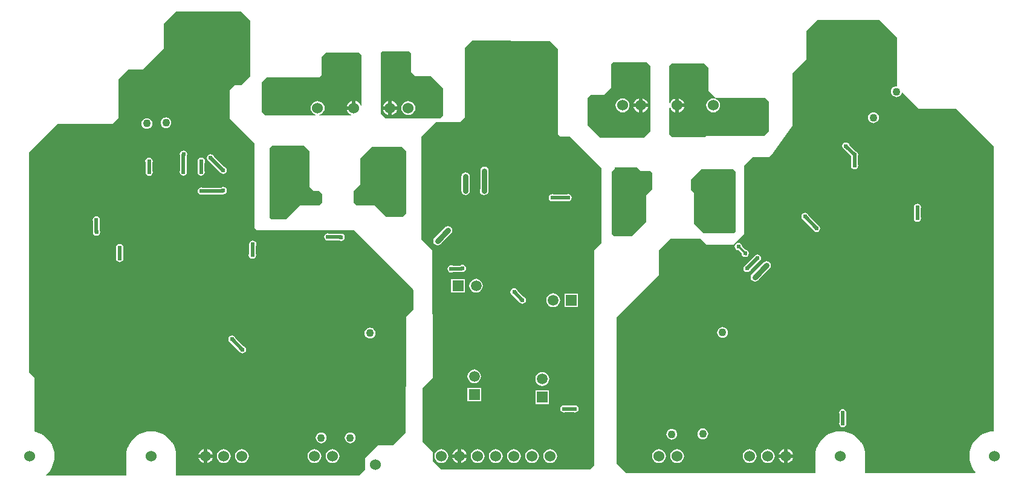
<source format=gbl>
G04*
G04 #@! TF.GenerationSoftware,Altium Limited,Altium Designer,18.0.12 (696)*
G04*
G04 Layer_Physical_Order=2*
G04 Layer_Color=16711680*
%FSLAX23Y23*%
%MOIN*%
G70*
G01*
G75*
%ADD43C,0.020*%
%ADD64C,0.030*%
%ADD65C,0.012*%
%ADD69C,0.060*%
%ADD70C,0.059*%
%ADD71R,0.059X0.059*%
%ADD72C,0.043*%
%ADD73R,0.059X0.059*%
%ADD74C,0.024*%
G36*
X1886Y2342D02*
Y2065D01*
X1881Y2064D01*
X1878Y2071D01*
X1872Y2080D01*
X1863Y2086D01*
X1854Y2090D01*
X1853Y2090D01*
Y2051D01*
X1843D01*
Y2041D01*
X1804D01*
X1804Y2041D01*
X1808Y2031D01*
X1815Y2023D01*
X1823Y2016D01*
X1828Y2014D01*
X1827Y2009D01*
X1654D01*
X1653Y2014D01*
X1662Y2018D01*
X1670Y2024D01*
X1676Y2032D01*
X1680Y2041D01*
X1682Y2051D01*
X1680Y2061D01*
X1676Y2070D01*
X1670Y2078D01*
X1662Y2084D01*
X1653Y2088D01*
X1643Y2089D01*
X1633Y2088D01*
X1624Y2084D01*
X1616Y2078D01*
X1610Y2070D01*
X1606Y2061D01*
X1605Y2051D01*
X1606Y2041D01*
X1610Y2032D01*
X1616Y2024D01*
X1624Y2018D01*
X1633Y2014D01*
X1633Y2009D01*
X1356D01*
X1336Y2029D01*
X1336Y2194D01*
X1362Y2220D01*
X1652D01*
X1665Y2232D01*
Y2333D01*
X1689Y2356D01*
X1872D01*
X1886Y2342D01*
D02*
G37*
G36*
X3797Y2272D02*
Y2147D01*
X3837Y2107D01*
X4112D01*
X4132Y2087D01*
X4132Y1922D01*
X4106Y1896D01*
X3786D01*
X3780Y1890D01*
X3599D01*
X3582Y1907D01*
Y1937D01*
Y2051D01*
X3587Y2052D01*
X3590Y2045D01*
X3596Y2036D01*
X3605Y2030D01*
X3614Y2026D01*
X3615Y2026D01*
Y2065D01*
Y2104D01*
X3614Y2104D01*
X3605Y2100D01*
X3596Y2093D01*
X3590Y2085D01*
X3587Y2078D01*
X3582Y2079D01*
X3582Y2282D01*
X3597Y2297D01*
X3772D01*
X3797Y2272D01*
D02*
G37*
G36*
X2157Y2354D02*
Y2327D01*
X2157Y2249D01*
X2179Y2228D01*
X2267D01*
X2336Y2159D01*
Y2009D01*
X2321Y1994D01*
X2016D01*
X1991Y2020D01*
X1991Y2192D01*
Y2356D01*
X1997Y2362D01*
X2149D01*
X2157Y2354D01*
D02*
G37*
G36*
X1272Y2534D02*
Y2383D01*
X1272Y2227D01*
X1223Y2178D01*
X1187D01*
X1159Y2150D01*
Y2111D01*
X1159Y2110D01*
Y1994D01*
X1294Y1858D01*
Y1391D01*
X1307Y1378D01*
X1845D01*
X2063Y1160D01*
X2063Y1159D01*
X2158Y1064D01*
X2162Y1061D01*
X2167Y1053D01*
X2170Y1044D01*
X2172Y1035D01*
X2172Y1031D01*
X2172D01*
Y940D01*
X2132Y900D01*
X2131Y883D01*
Y521D01*
X2129Y507D01*
X2129Y507D01*
Y259D01*
X2061Y191D01*
X1975D01*
X1904Y119D01*
X1904Y57D01*
X1870Y24D01*
X862D01*
Y143D01*
Y152D01*
X858Y171D01*
X851Y189D01*
X840Y205D01*
X839Y206D01*
X836Y211D01*
X822Y228D01*
X806Y242D01*
X787Y253D01*
X768Y261D01*
X747Y266D01*
X725Y268D01*
X704Y266D01*
X683Y261D01*
X663Y253D01*
X645Y242D01*
X629Y228D01*
X615Y211D01*
X604Y193D01*
X603Y192D01*
X600Y188D01*
X593Y169D01*
X589Y150D01*
Y140D01*
Y24D01*
X148D01*
X146Y28D01*
X153Y34D01*
X167Y51D01*
X178Y69D01*
X186Y89D01*
X191Y110D01*
X193Y131D01*
X191Y152D01*
X186Y173D01*
X178Y193D01*
X167Y211D01*
X153Y228D01*
X136Y242D01*
X118Y253D01*
X98Y261D01*
X83Y265D01*
Y563D01*
X51Y594D01*
Y1807D01*
X208Y1964D01*
X513Y1964D01*
X544Y1993D01*
Y2209D01*
X598Y2263D01*
X678D01*
X795Y2380D01*
Y2518D01*
X861Y2584D01*
X1223D01*
X1272Y2534D01*
D02*
G37*
G36*
X3477Y2282D02*
Y2177D01*
X3477Y1924D01*
X3443Y1888D01*
X3201D01*
X3132Y1957D01*
Y2107D01*
X3147Y2122D01*
X3222D01*
X3262Y2162D01*
X3262Y2292D01*
X3272Y2302D01*
X3457D01*
X3477Y2282D01*
D02*
G37*
G36*
X2132Y1812D02*
X2132Y1514D01*
X2132Y1469D01*
X2112Y1450D01*
X2019D01*
X2007Y1462D01*
X1954Y1514D01*
X1932Y1514D01*
X1859D01*
X1842Y1531D01*
Y1593D01*
X1877Y1628D01*
X1877Y1769D01*
X1942Y1835D01*
X2108D01*
X2132Y1812D01*
D02*
G37*
G36*
X1597Y1814D02*
X1597Y1615D01*
X1619Y1594D01*
X1649D01*
X1667Y1575D01*
Y1531D01*
X1651Y1514D01*
X1547D01*
X1468Y1436D01*
X1387D01*
X1377Y1446D01*
Y1474D01*
X1377Y1514D01*
X1377Y1829D01*
X1393Y1844D01*
X1566D01*
X1597Y1814D01*
D02*
G37*
G36*
X3948Y1698D02*
Y1370D01*
X3938Y1360D01*
X3770D01*
X3719Y1410D01*
Y1424D01*
X3719Y1447D01*
Y1582D01*
X3701Y1599D01*
Y1656D01*
X3757Y1713D01*
X3934D01*
X3948Y1698D01*
D02*
G37*
G36*
X3424Y1703D02*
X3475D01*
X3487Y1692D01*
Y1601D01*
X3469Y1584D01*
X3454Y1567D01*
X3454Y1423D01*
X3374Y1343D01*
X3279D01*
X3279Y1343D01*
X3264Y1358D01*
Y1700D01*
X3281Y1718D01*
Y1723D01*
X3403D01*
X3424Y1703D01*
D02*
G37*
G36*
X4838Y2441D02*
Y2173D01*
X4835Y2171D01*
X4827Y2170D01*
X4820Y2167D01*
X4817Y2165D01*
X4813Y2162D01*
X4809Y2156D01*
X4806Y2148D01*
X4805Y2141D01*
X4806Y2133D01*
X4809Y2126D01*
X4813Y2120D01*
X4820Y2115D01*
X4827Y2112D01*
X4835Y2111D01*
X4842Y2112D01*
X4850Y2115D01*
X4856Y2120D01*
X4861Y2126D01*
X4864Y2133D01*
X4864Y2136D01*
X4869Y2138D01*
X4959Y2048D01*
X5162D01*
X5371Y1840D01*
Y267D01*
X5353Y266D01*
X5332Y261D01*
X5312Y253D01*
X5294Y242D01*
X5277Y228D01*
X5263Y211D01*
X5252Y193D01*
X5244Y173D01*
X5239Y152D01*
X5237Y131D01*
X5239Y110D01*
X5244Y89D01*
X5252Y69D01*
X5263Y51D01*
X5271Y42D01*
X5269Y37D01*
X4662D01*
Y143D01*
Y152D01*
X4658Y171D01*
X4651Y189D01*
X4640Y205D01*
X4639Y206D01*
X4636Y211D01*
X4622Y228D01*
X4606Y242D01*
X4587Y253D01*
X4568Y261D01*
X4547Y266D01*
X4525Y268D01*
X4504Y266D01*
X4483Y261D01*
X4463Y253D01*
X4445Y242D01*
X4429Y228D01*
X4415Y211D01*
X4404Y193D01*
X4403Y192D01*
X4400Y188D01*
X4393Y169D01*
X4389Y150D01*
Y140D01*
Y37D01*
X3345D01*
X3293Y90D01*
Y896D01*
X3489Y1092D01*
X3526Y1128D01*
Y1266D01*
X3590Y1331D01*
X3756D01*
X3788Y1298D01*
X3937D01*
X3994Y1355D01*
Y1734D01*
X4041Y1781D01*
X4134D01*
X4156Y1803D01*
X4262Y1952D01*
X4262Y2242D01*
X4337Y2317D01*
Y2477D01*
X4397Y2537D01*
X4742D01*
X4838Y2441D01*
D02*
G37*
G36*
X2924Y2421D02*
X2969Y2376D01*
X2969Y1905D01*
X2982Y1892D01*
X3036D01*
X3207Y1721D01*
Y1306D01*
X3168Y1268D01*
Y80D01*
X3147Y58D01*
X2324D01*
X2279Y103D01*
X2279Y118D01*
Y154D01*
X2248Y184D01*
X2220Y211D01*
Y507D01*
X2277Y563D01*
X2276Y1267D01*
X2216Y1328D01*
Y1893D01*
X2296Y1973D01*
X2428D01*
X2455Y2000D01*
Y2382D01*
X2495Y2423D01*
X2924Y2421D01*
D02*
G37*
%LPC*%
G36*
X1833Y2090D02*
X1833Y2090D01*
X1823Y2086D01*
X1815Y2080D01*
X1808Y2071D01*
X1804Y2062D01*
X1804Y2061D01*
X1833D01*
Y2090D01*
D02*
G37*
G36*
X3635Y2104D02*
Y2075D01*
X3664D01*
X3664Y2075D01*
X3660Y2085D01*
X3653Y2093D01*
X3645Y2100D01*
X3635Y2104D01*
X3635Y2104D01*
D02*
G37*
G36*
X3825Y2103D02*
X3815Y2102D01*
X3806Y2098D01*
X3798Y2092D01*
X3792Y2084D01*
X3788Y2075D01*
X3786Y2065D01*
X3788Y2055D01*
X3792Y2046D01*
X3798Y2038D01*
X3806Y2032D01*
X3815Y2028D01*
X3825Y2026D01*
X3835Y2028D01*
X3844Y2032D01*
X3852Y2038D01*
X3858Y2046D01*
X3862Y2055D01*
X3863Y2065D01*
X3862Y2075D01*
X3858Y2084D01*
X3852Y2092D01*
X3844Y2098D01*
X3835Y2102D01*
X3825Y2103D01*
D02*
G37*
G36*
X3664Y2055D02*
X3635D01*
Y2026D01*
X3635Y2026D01*
X3645Y2030D01*
X3653Y2036D01*
X3660Y2045D01*
X3664Y2054D01*
X3664Y2055D01*
D02*
G37*
G36*
X2053Y2090D02*
Y2061D01*
X2082D01*
X2082Y2062D01*
X2078Y2071D01*
X2072Y2080D01*
X2063Y2086D01*
X2054Y2090D01*
X2053Y2090D01*
D02*
G37*
G36*
X2033D02*
X2033Y2090D01*
X2023Y2086D01*
X2015Y2080D01*
X2008Y2071D01*
X2004Y2062D01*
X2004Y2061D01*
X2033D01*
Y2090D01*
D02*
G37*
G36*
X2143Y2089D02*
X2133Y2088D01*
X2124Y2084D01*
X2116Y2078D01*
X2110Y2070D01*
X2106Y2061D01*
X2105Y2051D01*
X2106Y2041D01*
X2110Y2032D01*
X2116Y2024D01*
X2124Y2018D01*
X2133Y2014D01*
X2143Y2013D01*
X2153Y2014D01*
X2162Y2018D01*
X2170Y2024D01*
X2176Y2032D01*
X2180Y2041D01*
X2182Y2051D01*
X2180Y2061D01*
X2176Y2070D01*
X2170Y2078D01*
X2162Y2084D01*
X2153Y2088D01*
X2143Y2089D01*
D02*
G37*
G36*
X2082Y2041D02*
X2053D01*
Y2012D01*
X2054Y2012D01*
X2063Y2016D01*
X2072Y2023D01*
X2078Y2031D01*
X2082Y2041D01*
X2082Y2041D01*
D02*
G37*
G36*
X2033D02*
X2004D01*
X2004Y2041D01*
X2008Y2031D01*
X2015Y2023D01*
X2023Y2016D01*
X2033Y2012D01*
X2033Y2012D01*
Y2041D01*
D02*
G37*
G36*
X807Y1999D02*
X799Y1998D01*
X792Y1995D01*
X785Y1991D01*
X781Y1984D01*
X778Y1977D01*
X777Y1969D01*
X778Y1962D01*
X781Y1955D01*
X785Y1948D01*
X792Y1944D01*
X799Y1941D01*
X807Y1940D01*
X814Y1941D01*
X822Y1944D01*
X828Y1948D01*
X832Y1955D01*
X835Y1962D01*
X836Y1969D01*
X835Y1977D01*
X832Y1984D01*
X828Y1991D01*
X822Y1995D01*
X822Y1995D01*
X814Y1998D01*
X807Y1999D01*
D02*
G37*
G36*
X701Y1994D02*
X694Y1993D01*
X686Y1990D01*
X680Y1986D01*
X675Y1980D01*
X672Y1972D01*
X671Y1965D01*
X672Y1957D01*
X675Y1950D01*
X680Y1943D01*
X686Y1939D01*
X694Y1936D01*
X701Y1935D01*
X709Y1936D01*
X716Y1939D01*
X719Y1941D01*
X722Y1943D01*
X727Y1950D01*
X730Y1957D01*
X731Y1965D01*
X730Y1972D01*
X727Y1980D01*
X722Y1986D01*
X716Y1990D01*
X709Y1993D01*
X701Y1994D01*
D02*
G37*
G36*
X1053Y1795D02*
X1045Y1793D01*
X1039Y1789D01*
X1034Y1782D01*
X1033Y1775D01*
X1034Y1767D01*
X1039Y1760D01*
X1045Y1756D01*
X1046Y1756D01*
X1106Y1695D01*
X1108Y1693D01*
X1114Y1689D01*
X1122Y1687D01*
X1130Y1689D01*
X1136Y1693D01*
X1141Y1700D01*
X1142Y1708D01*
X1141Y1715D01*
X1136Y1722D01*
X1130Y1726D01*
X1127Y1727D01*
X1072Y1782D01*
X1072Y1782D01*
X1067Y1789D01*
X1061Y1793D01*
X1053Y1795D01*
D02*
G37*
G36*
X904Y1815D02*
X896Y1814D01*
X889Y1810D01*
X885Y1803D01*
X883Y1795D01*
X884Y1790D01*
Y1706D01*
X884Y1706D01*
X882Y1698D01*
X884Y1690D01*
X888Y1684D01*
X895Y1679D01*
X903Y1678D01*
X910Y1679D01*
X917Y1684D01*
X921Y1690D01*
X923Y1698D01*
X921Y1706D01*
X921Y1706D01*
Y1786D01*
X922Y1788D01*
X924Y1795D01*
X922Y1803D01*
X918Y1810D01*
X911Y1814D01*
X904Y1815D01*
D02*
G37*
G36*
X1001Y1778D02*
X993Y1777D01*
X987Y1772D01*
X982Y1766D01*
X981Y1758D01*
X982Y1754D01*
Y1706D01*
X981Y1706D01*
X980Y1698D01*
X981Y1690D01*
X986Y1684D01*
X992Y1679D01*
X1000Y1678D01*
X1008Y1679D01*
X1014Y1684D01*
X1019Y1690D01*
X1020Y1698D01*
X1019Y1706D01*
X1018Y1706D01*
Y1748D01*
X1020Y1750D01*
X1021Y1758D01*
X1020Y1766D01*
X1015Y1772D01*
X1009Y1777D01*
X1001Y1778D01*
D02*
G37*
G36*
X714Y1777D02*
X706Y1776D01*
X699Y1771D01*
X695Y1765D01*
X693Y1757D01*
X695Y1749D01*
X695Y1749D01*
Y1701D01*
X694Y1697D01*
X696Y1689D01*
X700Y1683D01*
X707Y1678D01*
X715Y1677D01*
X722Y1678D01*
X729Y1683D01*
X733Y1689D01*
X735Y1697D01*
X733Y1705D01*
X732Y1707D01*
Y1749D01*
X732Y1749D01*
X734Y1757D01*
X732Y1765D01*
X728Y1771D01*
X721Y1776D01*
X714Y1777D01*
D02*
G37*
G36*
X1123Y1616D02*
X1115Y1614D01*
X1111Y1611D01*
X1010D01*
X1010Y1611D01*
X1002Y1613D01*
X994Y1611D01*
X988Y1607D01*
X983Y1600D01*
X982Y1593D01*
X983Y1585D01*
X988Y1578D01*
X994Y1574D01*
X1002Y1572D01*
X1010Y1574D01*
X1010Y1574D01*
X1120D01*
X1127Y1576D01*
X1128Y1576D01*
X1131Y1577D01*
X1137Y1581D01*
X1142Y1588D01*
X1143Y1595D01*
X1142Y1603D01*
X1137Y1610D01*
X1131Y1614D01*
X1123Y1616D01*
D02*
G37*
G36*
X423Y1453D02*
X415Y1452D01*
X409Y1447D01*
X405Y1441D01*
X403Y1433D01*
X405Y1425D01*
X405Y1425D01*
Y1369D01*
X404Y1365D01*
X406Y1357D01*
X410Y1351D01*
X416Y1346D01*
X424Y1345D01*
X432Y1346D01*
X438Y1351D01*
X443Y1357D01*
X444Y1365D01*
X443Y1373D01*
X442Y1375D01*
Y1425D01*
X442Y1425D01*
X443Y1433D01*
X442Y1441D01*
X438Y1447D01*
X431Y1452D01*
X423Y1453D01*
D02*
G37*
G36*
X1699Y1360D02*
X1691Y1358D01*
X1685Y1354D01*
X1680Y1347D01*
X1679Y1340D01*
X1680Y1332D01*
X1685Y1325D01*
X1691Y1321D01*
X1699Y1319D01*
X1707Y1321D01*
X1707Y1321D01*
X1761D01*
X1765Y1319D01*
X1773Y1317D01*
X1780Y1319D01*
X1787Y1323D01*
X1791Y1330D01*
X1793Y1338D01*
X1791Y1345D01*
X1787Y1352D01*
X1780Y1356D01*
X1773Y1358D01*
X1772Y1358D01*
X1771Y1358D01*
X1707D01*
X1707Y1358D01*
X1699Y1360D01*
D02*
G37*
G36*
X1285Y1319D02*
X1278Y1318D01*
X1271Y1314D01*
X1267Y1307D01*
X1265Y1299D01*
X1265Y1298D01*
X1265Y1297D01*
Y1247D01*
X1265Y1247D01*
X1263Y1239D01*
X1265Y1231D01*
X1269Y1225D01*
X1276Y1221D01*
X1284Y1219D01*
X1291Y1221D01*
X1298Y1225D01*
X1302Y1231D01*
X1304Y1239D01*
X1302Y1247D01*
X1302Y1247D01*
Y1271D01*
X1303Y1275D01*
X1302Y1280D01*
Y1288D01*
X1304Y1292D01*
X1306Y1299D01*
X1304Y1307D01*
X1300Y1314D01*
X1293Y1318D01*
X1285Y1319D01*
D02*
G37*
G36*
X551Y1301D02*
X543Y1299D01*
X537Y1295D01*
X533Y1288D01*
X531Y1281D01*
X533Y1273D01*
X533Y1272D01*
Y1229D01*
X533Y1228D01*
X531Y1221D01*
X533Y1213D01*
X537Y1206D01*
X544Y1202D01*
X551Y1200D01*
X559Y1202D01*
X566Y1206D01*
X570Y1213D01*
X571Y1221D01*
X570Y1228D01*
X570Y1229D01*
Y1272D01*
X570Y1273D01*
X571Y1281D01*
X570Y1288D01*
X565Y1295D01*
X559Y1299D01*
X551Y1301D01*
D02*
G37*
G36*
X1932Y839D02*
X1924Y838D01*
X1917Y835D01*
X1911Y830D01*
X1906Y824D01*
X1903Y817D01*
X1902Y809D01*
X1903Y801D01*
X1906Y794D01*
X1911Y788D01*
X1917Y783D01*
X1924Y780D01*
X1932Y779D01*
X1940Y780D01*
X1947Y783D01*
X1953Y788D01*
X1958Y794D01*
X1961Y801D01*
X1962Y809D01*
X1961Y817D01*
X1958Y824D01*
X1953Y830D01*
X1947Y835D01*
X1940Y838D01*
X1932Y839D01*
D02*
G37*
G36*
X1170Y796D02*
X1163Y794D01*
X1156Y790D01*
X1152Y783D01*
X1150Y776D01*
X1152Y768D01*
X1156Y761D01*
X1163Y757D01*
X1163Y757D01*
X1209Y711D01*
X1209Y710D01*
X1214Y704D01*
X1220Y699D01*
X1228Y698D01*
X1236Y699D01*
X1242Y704D01*
X1247Y710D01*
X1248Y718D01*
X1247Y726D01*
X1242Y732D01*
X1236Y737D01*
X1235Y737D01*
X1189Y783D01*
X1189Y783D01*
X1185Y790D01*
X1178Y794D01*
X1170Y796D01*
D02*
G37*
G36*
X1823Y261D02*
X1815Y260D01*
X1808Y257D01*
X1802Y252D01*
X1797Y246D01*
X1794Y239D01*
X1793Y231D01*
X1794Y224D01*
X1797Y216D01*
X1802Y210D01*
X1808Y205D01*
X1815Y202D01*
X1823Y201D01*
X1831Y202D01*
X1838Y205D01*
X1844Y210D01*
X1849Y216D01*
X1852Y224D01*
X1853Y231D01*
X1852Y239D01*
X1849Y246D01*
X1844Y252D01*
X1838Y257D01*
X1831Y260D01*
X1823Y261D01*
D02*
G37*
G36*
X1663D02*
X1656Y260D01*
X1648Y257D01*
X1642Y252D01*
X1637Y246D01*
X1634Y239D01*
X1633Y231D01*
X1634Y224D01*
X1637Y216D01*
X1642Y210D01*
X1648Y205D01*
X1656Y202D01*
X1663Y201D01*
X1671Y202D01*
X1678Y205D01*
X1685Y210D01*
X1689Y216D01*
X1692Y224D01*
X1693Y231D01*
X1692Y239D01*
X1689Y246D01*
X1685Y252D01*
X1678Y257D01*
X1671Y260D01*
X1663Y261D01*
D02*
G37*
G36*
X1035Y170D02*
Y141D01*
X1064D01*
X1064Y141D01*
X1060Y151D01*
X1054Y159D01*
X1046Y166D01*
X1036Y170D01*
X1035Y170D01*
D02*
G37*
G36*
X1015D02*
X1015Y170D01*
X1005Y166D01*
X997Y159D01*
X990Y151D01*
X986Y141D01*
X986Y141D01*
X1015D01*
Y170D01*
D02*
G37*
G36*
X1725Y169D02*
X1715Y168D01*
X1706Y164D01*
X1698Y158D01*
X1692Y150D01*
X1688Y141D01*
X1687Y131D01*
X1688Y121D01*
X1692Y112D01*
X1698Y104D01*
X1706Y98D01*
X1715Y94D01*
X1725Y93D01*
X1735Y94D01*
X1745Y98D01*
X1752Y104D01*
X1759Y112D01*
X1762Y121D01*
X1764Y131D01*
X1762Y141D01*
X1759Y150D01*
X1752Y158D01*
X1745Y164D01*
X1735Y168D01*
X1725Y169D01*
D02*
G37*
G36*
X1625D02*
X1615Y168D01*
X1606Y164D01*
X1598Y158D01*
X1592Y150D01*
X1588Y141D01*
X1587Y131D01*
X1588Y121D01*
X1592Y112D01*
X1598Y104D01*
X1606Y98D01*
X1615Y94D01*
X1625Y93D01*
X1635Y94D01*
X1645Y98D01*
X1652Y104D01*
X1659Y112D01*
X1662Y121D01*
X1664Y131D01*
X1662Y141D01*
X1659Y150D01*
X1652Y158D01*
X1645Y164D01*
X1635Y168D01*
X1625Y169D01*
D02*
G37*
G36*
X1225D02*
X1215Y168D01*
X1206Y164D01*
X1198Y158D01*
X1192Y150D01*
X1188Y141D01*
X1187Y131D01*
X1188Y121D01*
X1192Y112D01*
X1198Y104D01*
X1206Y98D01*
X1215Y94D01*
X1225Y93D01*
X1235Y94D01*
X1245Y98D01*
X1252Y104D01*
X1259Y112D01*
X1262Y121D01*
X1264Y131D01*
X1262Y141D01*
X1259Y150D01*
X1252Y158D01*
X1245Y164D01*
X1235Y168D01*
X1225Y169D01*
D02*
G37*
G36*
X1125D02*
X1115Y168D01*
X1106Y164D01*
X1098Y158D01*
X1092Y150D01*
X1088Y141D01*
X1087Y131D01*
X1088Y121D01*
X1092Y112D01*
X1098Y104D01*
X1106Y98D01*
X1115Y94D01*
X1125Y93D01*
X1135Y94D01*
X1145Y98D01*
X1152Y104D01*
X1159Y112D01*
X1162Y121D01*
X1164Y131D01*
X1162Y141D01*
X1159Y150D01*
X1152Y158D01*
X1145Y164D01*
X1135Y168D01*
X1125Y169D01*
D02*
G37*
G36*
X1064Y121D02*
X1035D01*
Y92D01*
X1036Y92D01*
X1046Y96D01*
X1054Y102D01*
X1060Y111D01*
X1064Y120D01*
X1064Y121D01*
D02*
G37*
G36*
X1015D02*
X986D01*
X986Y120D01*
X990Y111D01*
X997Y102D01*
X1005Y96D01*
X1015Y92D01*
X1015Y92D01*
Y121D01*
D02*
G37*
G36*
X3435Y2104D02*
Y2075D01*
X3464D01*
X3464Y2075D01*
X3460Y2085D01*
X3453Y2093D01*
X3445Y2100D01*
X3435Y2104D01*
X3435Y2104D01*
D02*
G37*
G36*
X3415D02*
X3414Y2104D01*
X3405Y2100D01*
X3396Y2093D01*
X3390Y2085D01*
X3386Y2075D01*
X3386Y2075D01*
X3415D01*
Y2104D01*
D02*
G37*
G36*
X3325Y2103D02*
X3315Y2102D01*
X3306Y2098D01*
X3298Y2092D01*
X3292Y2084D01*
X3288Y2075D01*
X3286Y2065D01*
X3288Y2055D01*
X3292Y2046D01*
X3298Y2038D01*
X3306Y2032D01*
X3315Y2028D01*
X3325Y2026D01*
X3335Y2028D01*
X3344Y2032D01*
X3352Y2038D01*
X3358Y2046D01*
X3362Y2055D01*
X3363Y2065D01*
X3362Y2075D01*
X3358Y2084D01*
X3352Y2092D01*
X3344Y2098D01*
X3335Y2102D01*
X3325Y2103D01*
D02*
G37*
G36*
X3464Y2055D02*
X3435D01*
Y2026D01*
X3435Y2026D01*
X3445Y2030D01*
X3453Y2036D01*
X3460Y2045D01*
X3464Y2054D01*
X3464Y2055D01*
D02*
G37*
G36*
X3415D02*
X3386D01*
X3386Y2054D01*
X3390Y2045D01*
X3396Y2036D01*
X3405Y2030D01*
X3414Y2026D01*
X3415Y2026D01*
Y2055D01*
D02*
G37*
G36*
X4708Y2028D02*
X4700Y2027D01*
X4693Y2024D01*
X4687Y2019D01*
X4682Y2013D01*
X4679Y2006D01*
X4678Y1998D01*
X4679Y1990D01*
X4682Y1983D01*
X4687Y1977D01*
X4693Y1972D01*
X4700Y1969D01*
X4708Y1968D01*
X4715Y1969D01*
X4723Y1972D01*
X4729Y1977D01*
X4734Y1983D01*
X4737Y1990D01*
X4738Y1998D01*
X4737Y2006D01*
X4734Y2013D01*
X4729Y2019D01*
X4723Y2024D01*
X4715Y2027D01*
X4708Y2028D01*
D02*
G37*
G36*
X4555Y1861D02*
X4548Y1860D01*
X4541Y1855D01*
X4537Y1849D01*
X4535Y1841D01*
X4537Y1833D01*
X4541Y1827D01*
X4548Y1822D01*
X4548Y1822D01*
X4586Y1785D01*
X4586Y1784D01*
X4586Y1784D01*
Y1740D01*
X4586Y1739D01*
X4584Y1732D01*
X4586Y1724D01*
X4590Y1717D01*
X4597Y1713D01*
X4605Y1712D01*
X4612Y1713D01*
X4619Y1717D01*
X4623Y1724D01*
X4625Y1732D01*
X4623Y1739D01*
X4623Y1740D01*
Y1784D01*
X4623Y1784D01*
X4625Y1792D01*
X4623Y1800D01*
X4619Y1806D01*
X4612Y1810D01*
X4612Y1811D01*
X4574Y1848D01*
X4574Y1849D01*
X4570Y1855D01*
X4563Y1860D01*
X4555Y1861D01*
D02*
G37*
G36*
X4950Y1522D02*
X4942Y1520D01*
X4935Y1516D01*
X4931Y1510D01*
X4930Y1502D01*
X4931Y1494D01*
X4931Y1494D01*
Y1450D01*
X4931Y1450D01*
X4930Y1442D01*
X4931Y1434D01*
X4935Y1427D01*
X4942Y1423D01*
X4950Y1422D01*
X4957Y1423D01*
X4964Y1427D01*
X4968Y1434D01*
X4970Y1442D01*
X4968Y1450D01*
X4968Y1450D01*
Y1494D01*
X4968Y1494D01*
X4970Y1502D01*
X4968Y1510D01*
X4964Y1516D01*
X4957Y1520D01*
X4950Y1522D01*
D02*
G37*
G36*
X4330Y1472D02*
X4322Y1470D01*
X4315Y1466D01*
X4311Y1460D01*
X4310Y1452D01*
X4311Y1444D01*
X4315Y1437D01*
X4322Y1433D01*
X4323Y1433D01*
X4376Y1380D01*
X4376Y1379D01*
X4380Y1372D01*
X4387Y1368D01*
X4395Y1367D01*
X4402Y1368D01*
X4409Y1372D01*
X4413Y1379D01*
X4415Y1387D01*
X4413Y1395D01*
X4409Y1401D01*
X4402Y1405D01*
X4402Y1406D01*
X4348Y1459D01*
X4348Y1460D01*
X4344Y1466D01*
X4337Y1470D01*
X4330Y1472D01*
D02*
G37*
G36*
X3964Y1307D02*
X3956Y1305D01*
X3949Y1301D01*
X3945Y1294D01*
X3943Y1287D01*
X3945Y1279D01*
X3949Y1272D01*
X3956Y1268D01*
X3964Y1266D01*
X3964Y1266D01*
X3980Y1250D01*
X3980Y1249D01*
X3982Y1241D01*
X3986Y1235D01*
X3992Y1230D01*
X4000Y1229D01*
X4005Y1230D01*
X4005Y1230D01*
X4011Y1231D01*
X4015Y1234D01*
X4018Y1239D01*
X4019Y1244D01*
X4019Y1244D01*
X4020Y1249D01*
X4019Y1257D01*
X4014Y1263D01*
X4008Y1268D01*
X4001Y1269D01*
X3984Y1287D01*
X3984Y1287D01*
X3982Y1294D01*
X3978Y1301D01*
X3971Y1305D01*
X3964Y1307D01*
D02*
G37*
G36*
X4068Y1243D02*
X4060Y1241D01*
X4054Y1237D01*
X4049Y1230D01*
X4049Y1229D01*
X4004Y1184D01*
X4003Y1184D01*
X3997Y1180D01*
X3992Y1173D01*
X3991Y1165D01*
X3992Y1158D01*
X3997Y1151D01*
X4003Y1147D01*
X4011Y1145D01*
X4019Y1147D01*
X4025Y1151D01*
X4030Y1158D01*
X4030Y1158D01*
X4076Y1204D01*
X4082Y1208D01*
X4087Y1215D01*
X4088Y1222D01*
X4087Y1230D01*
X4082Y1237D01*
X4076Y1241D01*
X4068Y1243D01*
D02*
G37*
G36*
X4119Y1206D02*
X4110Y1204D01*
X4103Y1199D01*
X4039Y1135D01*
X4033Y1127D01*
X4032Y1118D01*
Y1117D01*
X4033Y1108D01*
X4039Y1101D01*
X4046Y1095D01*
X4055Y1094D01*
X4064Y1095D01*
X4072Y1101D01*
X4074Y1104D01*
X4136Y1166D01*
X4141Y1173D01*
X4143Y1182D01*
X4141Y1191D01*
X4136Y1199D01*
X4128Y1204D01*
X4119Y1206D01*
D02*
G37*
G36*
X3876Y842D02*
X3868Y841D01*
X3861Y838D01*
X3855Y833D01*
X3850Y827D01*
X3847Y820D01*
X3846Y812D01*
X3847Y804D01*
X3850Y797D01*
X3855Y791D01*
X3861Y786D01*
X3868Y783D01*
X3876Y782D01*
X3884Y783D01*
X3891Y786D01*
X3897Y791D01*
X3902Y797D01*
X3905Y804D01*
X3906Y812D01*
X3905Y820D01*
X3902Y827D01*
X3897Y833D01*
X3891Y838D01*
X3884Y841D01*
X3876Y842D01*
D02*
G37*
G36*
X4538Y390D02*
X4531Y389D01*
X4524Y384D01*
X4520Y378D01*
X4518Y370D01*
X4520Y362D01*
X4520Y362D01*
Y318D01*
X4520Y318D01*
X4518Y310D01*
X4520Y302D01*
X4524Y296D01*
X4531Y291D01*
X4539Y290D01*
X4546Y291D01*
X4553Y296D01*
X4557Y302D01*
X4559Y310D01*
X4557Y318D01*
X4557Y319D01*
Y362D01*
X4557Y362D01*
X4559Y370D01*
X4557Y378D01*
X4553Y384D01*
X4546Y389D01*
X4538Y390D01*
D02*
G37*
G36*
X3767Y283D02*
X3759Y282D01*
X3752Y279D01*
X3746Y274D01*
X3741Y268D01*
X3738Y260D01*
X3737Y253D01*
X3738Y245D01*
X3741Y238D01*
X3746Y232D01*
X3752Y227D01*
X3759Y224D01*
X3767Y223D01*
X3775Y224D01*
X3782Y227D01*
X3788Y232D01*
X3793Y238D01*
X3796Y245D01*
X3797Y253D01*
X3796Y260D01*
X3793Y268D01*
X3788Y274D01*
X3782Y279D01*
X3775Y282D01*
X3767Y283D01*
D02*
G37*
G36*
X3596Y281D02*
X3588Y280D01*
X3581Y277D01*
X3574Y272D01*
X3570Y266D01*
X3567Y258D01*
X3566Y251D01*
X3567Y243D01*
X3570Y236D01*
X3574Y230D01*
X3581Y225D01*
X3588Y222D01*
X3596Y221D01*
X3603Y222D01*
X3611Y225D01*
X3617Y230D01*
X3621Y236D01*
X3624Y243D01*
X3625Y251D01*
X3624Y258D01*
X3621Y266D01*
X3617Y272D01*
X3611Y277D01*
X3603Y280D01*
X3596Y281D01*
D02*
G37*
G36*
X4235Y170D02*
Y141D01*
X4264D01*
X4264Y141D01*
X4260Y151D01*
X4254Y159D01*
X4246Y166D01*
X4236Y170D01*
X4235Y170D01*
D02*
G37*
G36*
X4215Y170D02*
X4215Y170D01*
X4205Y166D01*
X4197Y159D01*
X4190Y151D01*
X4186Y141D01*
X4186Y141D01*
X4215D01*
Y170D01*
D02*
G37*
G36*
X4125Y169D02*
X4115Y168D01*
X4106Y164D01*
X4098Y158D01*
X4092Y150D01*
X4088Y141D01*
X4087Y131D01*
X4088Y121D01*
X4092Y112D01*
X4098Y104D01*
X4106Y98D01*
X4115Y94D01*
X4125Y93D01*
X4135Y94D01*
X4145Y98D01*
X4152Y104D01*
X4159Y112D01*
X4162Y121D01*
X4164Y131D01*
X4162Y141D01*
X4159Y150D01*
X4152Y158D01*
X4145Y164D01*
X4135Y168D01*
X4125Y169D01*
D02*
G37*
G36*
X4025D02*
X4015Y168D01*
X4006Y164D01*
X3998Y158D01*
X3992Y150D01*
X3988Y141D01*
X3987Y131D01*
X3988Y121D01*
X3992Y112D01*
X3998Y104D01*
X4006Y98D01*
X4015Y94D01*
X4025Y93D01*
X4035Y94D01*
X4045Y98D01*
X4052Y104D01*
X4059Y112D01*
X4062Y121D01*
X4064Y131D01*
X4062Y141D01*
X4059Y150D01*
X4052Y158D01*
X4045Y164D01*
X4035Y168D01*
X4025Y169D01*
D02*
G37*
G36*
X3625D02*
X3615Y168D01*
X3606Y164D01*
X3598Y158D01*
X3592Y150D01*
X3588Y141D01*
X3587Y131D01*
X3588Y121D01*
X3592Y112D01*
X3598Y104D01*
X3606Y98D01*
X3615Y94D01*
X3625Y93D01*
X3635Y94D01*
X3645Y98D01*
X3652Y104D01*
X3659Y112D01*
X3662Y121D01*
X3664Y131D01*
X3662Y141D01*
X3659Y150D01*
X3652Y158D01*
X3645Y164D01*
X3635Y168D01*
X3625Y169D01*
D02*
G37*
G36*
X3525D02*
X3515Y168D01*
X3506Y164D01*
X3498Y158D01*
X3492Y150D01*
X3488Y141D01*
X3487Y131D01*
X3488Y121D01*
X3492Y112D01*
X3498Y104D01*
X3506Y98D01*
X3515Y94D01*
X3525Y93D01*
X3535Y94D01*
X3545Y98D01*
X3552Y104D01*
X3559Y112D01*
X3562Y121D01*
X3564Y131D01*
X3562Y141D01*
X3559Y150D01*
X3552Y158D01*
X3545Y164D01*
X3535Y168D01*
X3525Y169D01*
D02*
G37*
G36*
X4264Y121D02*
X4235D01*
Y92D01*
X4236Y92D01*
X4246Y96D01*
X4254Y102D01*
X4260Y111D01*
X4264Y120D01*
X4264Y121D01*
D02*
G37*
G36*
X4215D02*
X4186D01*
X4186Y120D01*
X4190Y111D01*
X4197Y102D01*
X4205Y96D01*
X4215Y92D01*
X4215Y92D01*
Y121D01*
D02*
G37*
G36*
X3025Y1575D02*
X3017Y1574D01*
X3016Y1573D01*
X2945D01*
X2944Y1573D01*
X2937Y1575D01*
X2929Y1573D01*
X2922Y1569D01*
X2918Y1563D01*
X2917Y1555D01*
X2918Y1547D01*
X2922Y1541D01*
X2929Y1536D01*
X2937Y1535D01*
X2944Y1536D01*
X2945Y1536D01*
X3018D01*
X3025Y1535D01*
X3033Y1537D01*
X3039Y1541D01*
X3043Y1548D01*
X3045Y1555D01*
X3043Y1563D01*
X3039Y1570D01*
X3033Y1574D01*
X3025Y1575D01*
D02*
G37*
G36*
X2563Y1727D02*
X2554Y1725D01*
X2546Y1720D01*
X2541Y1713D01*
X2540Y1704D01*
Y1605D01*
X2538Y1603D01*
X2537Y1594D01*
X2538Y1586D01*
X2543Y1578D01*
X2551Y1573D01*
X2560Y1571D01*
X2569Y1573D01*
X2577Y1578D01*
X2580Y1581D01*
X2585Y1588D01*
X2586Y1597D01*
Y1704D01*
X2585Y1713D01*
X2580Y1720D01*
X2572Y1725D01*
X2563Y1727D01*
D02*
G37*
G36*
X2459Y1696D02*
X2450Y1694D01*
X2442Y1689D01*
X2437Y1681D01*
X2435Y1672D01*
Y1594D01*
X2437Y1585D01*
X2442Y1577D01*
X2450Y1572D01*
X2459Y1570D01*
X2468Y1572D01*
X2475Y1577D01*
X2480Y1585D01*
X2482Y1594D01*
Y1672D01*
X2480Y1681D01*
X2475Y1689D01*
X2468Y1694D01*
X2459Y1696D01*
D02*
G37*
G36*
X2362Y1399D02*
X2353Y1398D01*
X2346Y1393D01*
X2344Y1391D01*
X2289Y1335D01*
X2283Y1327D01*
X2282Y1318D01*
Y1317D01*
X2283Y1308D01*
X2289Y1300D01*
X2296Y1295D01*
X2305Y1293D01*
X2314Y1295D01*
X2322Y1300D01*
X2324Y1304D01*
X2379Y1359D01*
X2379Y1359D01*
X2384Y1366D01*
X2386Y1375D01*
Y1376D01*
X2384Y1385D01*
X2379Y1393D01*
X2371Y1398D01*
X2362Y1399D01*
D02*
G37*
G36*
X2442Y1186D02*
X2434Y1185D01*
X2429Y1181D01*
X2387D01*
X2387Y1182D01*
X2379Y1183D01*
X2371Y1182D01*
X2365Y1177D01*
X2360Y1171D01*
X2359Y1163D01*
X2360Y1155D01*
X2365Y1149D01*
X2371Y1144D01*
X2379Y1143D01*
X2387Y1144D01*
X2387Y1145D01*
X2439D01*
X2445Y1146D01*
X2446Y1146D01*
X2447Y1147D01*
X2449Y1147D01*
X2456Y1152D01*
X2460Y1158D01*
X2462Y1166D01*
X2460Y1174D01*
X2456Y1180D01*
X2449Y1185D01*
X2442Y1186D01*
D02*
G37*
G36*
X2454Y1108D02*
X2379D01*
Y1033D01*
X2454D01*
Y1108D01*
D02*
G37*
G36*
X2517Y1109D02*
X2507Y1107D01*
X2498Y1104D01*
X2490Y1098D01*
X2484Y1090D01*
X2480Y1081D01*
X2479Y1071D01*
X2480Y1061D01*
X2484Y1052D01*
X2490Y1044D01*
X2498Y1038D01*
X2507Y1034D01*
X2517Y1033D01*
X2526Y1034D01*
X2536Y1038D01*
X2543Y1044D01*
X2549Y1052D01*
X2553Y1061D01*
X2555Y1071D01*
X2553Y1081D01*
X2549Y1090D01*
X2543Y1098D01*
X2536Y1104D01*
X2526Y1107D01*
X2517Y1109D01*
D02*
G37*
G36*
X2727Y1056D02*
X2719Y1055D01*
X2712Y1050D01*
X2708Y1044D01*
X2706Y1036D01*
X2708Y1028D01*
X2712Y1022D01*
X2719Y1017D01*
X2719Y1017D01*
X2753Y984D01*
X2753Y983D01*
X2757Y977D01*
X2764Y972D01*
X2772Y971D01*
X2779Y972D01*
X2786Y977D01*
X2790Y983D01*
X2792Y991D01*
X2790Y999D01*
X2786Y1005D01*
X2779Y1010D01*
X2779Y1010D01*
X2745Y1043D01*
X2745Y1044D01*
X2741Y1050D01*
X2734Y1055D01*
X2727Y1056D01*
D02*
G37*
G36*
X3079Y1028D02*
X3004D01*
Y953D01*
X3079D01*
Y1028D01*
D02*
G37*
G36*
X2942Y1029D02*
X2932Y1027D01*
X2923Y1024D01*
X2915Y1018D01*
X2909Y1010D01*
X2905Y1001D01*
X2904Y991D01*
X2905Y981D01*
X2909Y972D01*
X2915Y964D01*
X2923Y958D01*
X2932Y954D01*
X2942Y953D01*
X2951Y954D01*
X2961Y958D01*
X2968Y964D01*
X2974Y972D01*
X2978Y981D01*
X2980Y991D01*
X2978Y1001D01*
X2974Y1010D01*
X2968Y1018D01*
X2961Y1024D01*
X2951Y1027D01*
X2942Y1029D01*
D02*
G37*
G36*
X2507Y609D02*
X2497Y607D01*
X2488Y604D01*
X2480Y598D01*
X2474Y590D01*
X2470Y581D01*
X2469Y571D01*
X2470Y561D01*
X2474Y552D01*
X2480Y544D01*
X2488Y538D01*
X2497Y534D01*
X2507Y533D01*
X2516Y534D01*
X2526Y538D01*
X2533Y544D01*
X2539Y552D01*
X2543Y561D01*
X2545Y571D01*
X2543Y581D01*
X2539Y590D01*
X2533Y598D01*
X2526Y604D01*
X2516Y607D01*
X2507Y609D01*
D02*
G37*
G36*
X2882Y594D02*
X2872Y592D01*
X2863Y589D01*
X2855Y583D01*
X2849Y575D01*
X2845Y566D01*
X2844Y556D01*
X2845Y546D01*
X2849Y537D01*
X2855Y529D01*
X2863Y523D01*
X2872Y519D01*
X2882Y518D01*
X2891Y519D01*
X2901Y523D01*
X2908Y529D01*
X2914Y537D01*
X2918Y546D01*
X2920Y556D01*
X2918Y566D01*
X2914Y575D01*
X2908Y583D01*
X2901Y589D01*
X2891Y592D01*
X2882Y594D01*
D02*
G37*
G36*
X2544Y508D02*
X2469D01*
Y433D01*
X2544D01*
Y508D01*
D02*
G37*
G36*
X2919Y493D02*
X2844D01*
Y418D01*
X2919D01*
Y493D01*
D02*
G37*
G36*
X3062Y411D02*
X3054Y410D01*
X3053Y409D01*
X3010D01*
X3009Y410D01*
X3002Y411D01*
X2994Y410D01*
X2987Y405D01*
X2983Y399D01*
X2981Y391D01*
X2983Y383D01*
X2987Y377D01*
X2994Y372D01*
X3002Y371D01*
X3009Y372D01*
X3010Y373D01*
X3053D01*
X3054Y372D01*
X3062Y371D01*
X3069Y372D01*
X3076Y377D01*
X3080Y383D01*
X3082Y391D01*
X3080Y399D01*
X3076Y405D01*
X3069Y410D01*
X3062Y411D01*
D02*
G37*
G36*
X2435Y170D02*
Y141D01*
X2464D01*
X2464Y141D01*
X2460Y151D01*
X2454Y159D01*
X2446Y166D01*
X2436Y170D01*
X2435Y170D01*
D02*
G37*
G36*
X2415D02*
X2415Y170D01*
X2405Y166D01*
X2397Y159D01*
X2390Y151D01*
X2386Y141D01*
X2386Y141D01*
X2415D01*
Y170D01*
D02*
G37*
G36*
X2925Y169D02*
X2915Y168D01*
X2906Y164D01*
X2898Y158D01*
X2892Y150D01*
X2888Y141D01*
X2887Y131D01*
X2888Y121D01*
X2892Y112D01*
X2898Y104D01*
X2906Y98D01*
X2915Y94D01*
X2925Y93D01*
X2935Y94D01*
X2945Y98D01*
X2952Y104D01*
X2959Y112D01*
X2962Y121D01*
X2964Y131D01*
X2962Y141D01*
X2959Y150D01*
X2952Y158D01*
X2945Y164D01*
X2935Y168D01*
X2925Y169D01*
D02*
G37*
G36*
X2825D02*
X2815Y168D01*
X2806Y164D01*
X2798Y158D01*
X2792Y150D01*
X2788Y141D01*
X2787Y131D01*
X2788Y121D01*
X2792Y112D01*
X2798Y104D01*
X2806Y98D01*
X2815Y94D01*
X2825Y93D01*
X2835Y94D01*
X2845Y98D01*
X2852Y104D01*
X2859Y112D01*
X2862Y121D01*
X2864Y131D01*
X2862Y141D01*
X2859Y150D01*
X2852Y158D01*
X2845Y164D01*
X2835Y168D01*
X2825Y169D01*
D02*
G37*
G36*
X2725D02*
X2715Y168D01*
X2706Y164D01*
X2698Y158D01*
X2692Y150D01*
X2688Y141D01*
X2687Y131D01*
X2688Y121D01*
X2692Y112D01*
X2698Y104D01*
X2706Y98D01*
X2715Y94D01*
X2725Y93D01*
X2735Y94D01*
X2745Y98D01*
X2752Y104D01*
X2759Y112D01*
X2762Y121D01*
X2764Y131D01*
X2762Y141D01*
X2759Y150D01*
X2752Y158D01*
X2745Y164D01*
X2735Y168D01*
X2725Y169D01*
D02*
G37*
G36*
X2625D02*
X2615Y168D01*
X2606Y164D01*
X2598Y158D01*
X2592Y150D01*
X2588Y141D01*
X2587Y131D01*
X2588Y121D01*
X2592Y112D01*
X2598Y104D01*
X2606Y98D01*
X2615Y94D01*
X2625Y93D01*
X2635Y94D01*
X2645Y98D01*
X2652Y104D01*
X2659Y112D01*
X2662Y121D01*
X2664Y131D01*
X2662Y141D01*
X2659Y150D01*
X2652Y158D01*
X2645Y164D01*
X2635Y168D01*
X2625Y169D01*
D02*
G37*
G36*
X2525D02*
X2515Y168D01*
X2506Y164D01*
X2498Y158D01*
X2492Y150D01*
X2488Y141D01*
X2487Y131D01*
X2488Y121D01*
X2492Y112D01*
X2498Y104D01*
X2506Y98D01*
X2515Y94D01*
X2525Y93D01*
X2535Y94D01*
X2545Y98D01*
X2552Y104D01*
X2559Y112D01*
X2562Y121D01*
X2564Y131D01*
X2562Y141D01*
X2559Y150D01*
X2552Y158D01*
X2545Y164D01*
X2535Y168D01*
X2525Y169D01*
D02*
G37*
G36*
X2325D02*
X2315Y168D01*
X2306Y164D01*
X2298Y158D01*
X2292Y150D01*
X2288Y141D01*
X2287Y131D01*
X2288Y121D01*
X2292Y112D01*
X2298Y104D01*
X2306Y98D01*
X2315Y94D01*
X2325Y93D01*
X2335Y94D01*
X2345Y98D01*
X2352Y104D01*
X2359Y112D01*
X2362Y121D01*
X2364Y131D01*
X2362Y141D01*
X2359Y150D01*
X2352Y158D01*
X2345Y164D01*
X2335Y168D01*
X2325Y169D01*
D02*
G37*
G36*
X2464Y121D02*
X2435D01*
Y92D01*
X2436Y92D01*
X2446Y96D01*
X2454Y102D01*
X2460Y111D01*
X2464Y120D01*
X2464Y121D01*
D02*
G37*
G36*
X2415D02*
X2386D01*
X2386Y120D01*
X2390Y111D01*
X2397Y102D01*
X2405Y96D01*
X2415Y92D01*
X2415Y92D01*
Y121D01*
D02*
G37*
%LPD*%
D43*
X4330Y1452D02*
X4395Y1387D01*
X4011Y1165D02*
X4011D01*
X4068Y1222D01*
Y1222D01*
X3002Y391D02*
X3062D01*
X1284Y1275D02*
Y1297D01*
X1285Y1299D01*
X1284Y1239D02*
Y1275D01*
X1284Y1275D01*
X1699Y1340D02*
X1771D01*
X1773Y1338D01*
X1002Y1593D02*
X1120D01*
X1123Y1595D01*
X1053Y1775D02*
X1120Y1708D01*
X1122D01*
X903Y1698D02*
Y1794D01*
X904Y1795D01*
X1000Y1698D02*
Y1757D01*
X1001Y1758D01*
X4538Y310D02*
X4539Y310D01*
X4538Y310D02*
Y370D01*
X4605Y1732D02*
Y1792D01*
X4555Y1841D02*
X4605Y1792D01*
X4605Y1792D02*
X4605Y1792D01*
X714Y1698D02*
X715Y1697D01*
X714Y1698D02*
Y1757D01*
X1228Y718D02*
X1228D01*
X1170Y776D02*
X1228Y718D01*
X551Y1221D02*
Y1280D01*
X551Y1281D02*
X551Y1280D01*
X423Y1366D02*
X424Y1365D01*
X423Y1366D02*
Y1433D01*
X4950Y1442D02*
Y1502D01*
X2439Y1163D02*
X2442Y1166D01*
X2379Y1163D02*
X2439D01*
X3024Y1555D02*
X3025Y1555D01*
X2937Y1555D02*
X3024D01*
X2727Y1036D02*
X2772Y991D01*
D64*
X4055Y1117D02*
Y1118D01*
X4119Y1182D01*
X2563Y1597D02*
Y1704D01*
X2560Y1594D02*
X2563Y1597D01*
X2305Y1317D02*
Y1318D01*
X2362Y1375D02*
Y1376D01*
X2305Y1318D02*
X2362Y1375D01*
X2459Y1594D02*
Y1672D01*
D65*
X3995Y1255D02*
X4000Y1249D01*
X3964Y1287D02*
X4000Y1250D01*
X4000Y1249D02*
X4005Y1244D01*
X4000Y1250D02*
X4004Y1246D01*
X4000Y1249D02*
X4000D01*
Y1250D01*
D69*
X5374Y131D02*
D03*
X4225D02*
D03*
X1025D02*
D03*
X3425D02*
D03*
X3625D02*
D03*
X3725D02*
D03*
X4025D02*
D03*
X1525D02*
D03*
X1625D02*
D03*
X1725D02*
D03*
X1825D02*
D03*
X4525D02*
D03*
X4125D02*
D03*
X3525D02*
D03*
X2925D02*
D03*
X2825D02*
D03*
X2725D02*
D03*
X2625D02*
D03*
X2525D02*
D03*
X2425D02*
D03*
X2325D02*
D03*
X1225D02*
D03*
X1125D02*
D03*
X725D02*
D03*
X56D02*
D03*
X1960Y84D02*
D03*
X3325Y2065D02*
D03*
X3425D02*
D03*
X3625D02*
D03*
X3825D02*
D03*
X2143Y2051D02*
D03*
X2043D02*
D03*
X1843D02*
D03*
X1643D02*
D03*
D70*
X2882Y556D02*
D03*
X2942Y991D02*
D03*
X2507Y571D02*
D03*
X2517Y1071D02*
D03*
D71*
X2882Y456D02*
D03*
X2507Y471D02*
D03*
D72*
X807Y1969D02*
D03*
X601Y1966D02*
D03*
X4708Y1998D02*
D03*
X4711Y2078D02*
D03*
X701Y1965D02*
D03*
X4835Y2141D02*
D03*
X1932Y809D02*
D03*
X2015Y884D02*
D03*
X1823Y231D02*
D03*
X1935Y230D02*
D03*
X1663Y231D02*
D03*
X1541Y229D02*
D03*
X3401Y243D02*
D03*
X3596Y251D02*
D03*
X3953Y252D02*
D03*
X3767Y253D02*
D03*
X3989Y875D02*
D03*
X3876Y812D02*
D03*
D73*
X3042Y991D02*
D03*
X2417Y1071D02*
D03*
D74*
X2886Y1965D02*
D03*
X3679Y955D02*
D03*
X3949Y1218D02*
D03*
X3915Y989D02*
D03*
Y951D02*
D03*
Y914D02*
D03*
Y876D02*
D03*
X3939Y1027D02*
D03*
X3640Y955D02*
D03*
X3561D02*
D03*
X3679Y1034D02*
D03*
X3659Y994D02*
D03*
X3701D02*
D03*
X3601Y954D02*
D03*
X3600Y1034D02*
D03*
X3620Y994D02*
D03*
X3561Y1034D02*
D03*
X3580Y994D02*
D03*
X3640Y1034D02*
D03*
X4055Y1117D02*
D03*
X4119Y1182D02*
D03*
X4330Y1452D02*
D03*
X4395Y1387D02*
D03*
X4011Y1165D02*
D03*
X4068Y1222D02*
D03*
X3732Y1288D02*
D03*
X4000Y1249D02*
D03*
X3964Y1287D02*
D03*
X4017Y527D02*
D03*
X1970Y1028D02*
D03*
Y876D02*
D03*
Y914D02*
D03*
Y952D02*
D03*
Y990D02*
D03*
Y1065D02*
D03*
Y1103D02*
D03*
Y1141D02*
D03*
Y1179D02*
D03*
X1806Y1240D02*
D03*
X2281Y1582D02*
D03*
X3002Y391D02*
D03*
X3062D02*
D03*
X556Y672D02*
D03*
X2284Y2152D02*
D03*
X1398Y2160D02*
D03*
X360Y1197D02*
D03*
X1285Y1299D02*
D03*
X1284Y1239D02*
D03*
X3967Y64D02*
D03*
X593Y2209D02*
D03*
X625Y2209D02*
D03*
X4347Y806D02*
D03*
X894Y1299D02*
D03*
X704Y1031D02*
D03*
X872Y1008D02*
D03*
X4594Y1155D02*
D03*
X3156Y1568D02*
D03*
X3134Y1758D02*
D03*
X3048Y1756D02*
D03*
X2888Y1607D02*
D03*
X2281Y1610D02*
D03*
X2326Y1540D02*
D03*
X2251Y1327D02*
D03*
X1228Y1463D02*
D03*
X1156Y1462D02*
D03*
X1773Y1338D02*
D03*
X1699Y1340D02*
D03*
X1123Y1595D02*
D03*
X1122Y1708D02*
D03*
X1053Y1775D02*
D03*
X904Y1795D02*
D03*
X1000Y1698D02*
D03*
X1001Y1758D02*
D03*
X903Y1698D02*
D03*
X1638Y1167D02*
D03*
X3018Y238D02*
D03*
X4539Y310D02*
D03*
X4538Y370D02*
D03*
X1022Y204D02*
D03*
X3145Y147D02*
D03*
X3146Y84D02*
D03*
Y115D02*
D03*
X3716Y1648D02*
D03*
X3446Y1430D02*
D03*
X3457Y1653D02*
D03*
X1614Y1544D02*
D03*
X1872Y1539D02*
D03*
X3301Y1588D02*
D03*
X4051Y1568D02*
D03*
X4555Y1841D02*
D03*
X4605Y1732D02*
D03*
X4605Y1792D02*
D03*
X3891Y1590D02*
D03*
X3741Y1423D02*
D03*
X1232Y1601D02*
D03*
X1254Y1569D02*
D03*
Y1633D02*
D03*
X1002Y1593D02*
D03*
X2563Y1704D02*
D03*
X2560Y1594D02*
D03*
X1998Y1492D02*
D03*
X2114Y1603D02*
D03*
X2581Y2149D02*
D03*
X2305Y1317D02*
D03*
X2362Y1376D02*
D03*
X2459Y1672D02*
D03*
Y1594D02*
D03*
X715Y1697D02*
D03*
X714Y1757D02*
D03*
X1228Y718D02*
D03*
X1170Y776D02*
D03*
X551Y1221D02*
D03*
X551Y1281D02*
D03*
X424Y1365D02*
D03*
X423Y1433D02*
D03*
X1703Y1015D02*
D03*
X1643Y975D02*
D03*
X1624Y1015D02*
D03*
X1683Y975D02*
D03*
X1663Y1015D02*
D03*
X448Y1496D02*
D03*
X257Y1622D02*
D03*
X267Y860D02*
D03*
Y785D02*
D03*
X1001Y508D02*
D03*
X920Y509D02*
D03*
X1095Y433D02*
D03*
X968Y717D02*
D03*
X967Y793D02*
D03*
X872Y977D02*
D03*
X1036Y967D02*
D03*
Y1112D02*
D03*
Y1012D02*
D03*
X546Y1008D02*
D03*
X4950Y1502D02*
D03*
X546Y790D02*
D03*
X509Y980D02*
D03*
X543Y865D02*
D03*
X616Y527D02*
D03*
X624Y880D02*
D03*
X818Y1649D02*
D03*
Y1574D02*
D03*
X874Y2246D02*
D03*
X924D02*
D03*
X973D02*
D03*
X1023D02*
D03*
X1072D02*
D03*
X1123Y2269D02*
D03*
X926Y2526D02*
D03*
X986D02*
D03*
X1173Y2356D02*
D03*
X1221D02*
D03*
X1126Y2406D02*
D03*
X1173Y2401D02*
D03*
X1126Y2446D02*
D03*
X1173D02*
D03*
X1221Y2401D02*
D03*
Y2446D02*
D03*
X1126Y2486D02*
D03*
X1046Y2526D02*
D03*
X1101D02*
D03*
X1173Y2486D02*
D03*
X1156Y2526D02*
D03*
X1053Y2092D02*
D03*
X967Y2091D02*
D03*
X880D02*
D03*
X1815Y2259D02*
D03*
Y2337D02*
D03*
X2020Y2341D02*
D03*
X1815Y2298D02*
D03*
X2239Y2121D02*
D03*
X2666Y2149D02*
D03*
X1437Y2129D02*
D03*
X1071Y2486D02*
D03*
X1011D02*
D03*
X951D02*
D03*
X911Y2461D02*
D03*
Y2411D02*
D03*
Y2361D02*
D03*
X888Y2493D02*
D03*
X866Y2411D02*
D03*
Y2461D02*
D03*
Y2361D02*
D03*
X1051Y2186D02*
D03*
Y2136D02*
D03*
X971Y2186D02*
D03*
Y2136D02*
D03*
X2020Y2262D02*
D03*
Y2302D02*
D03*
X4582Y1952D02*
D03*
X4428D02*
D03*
X4480D02*
D03*
X4531D02*
D03*
X4472Y2157D02*
D03*
X4552D02*
D03*
X4427Y2497D02*
D03*
X4412Y2332D02*
D03*
Y2382D02*
D03*
X4367D02*
D03*
Y2432D02*
D03*
X4412D02*
D03*
X4390Y2464D02*
D03*
X4452Y2457D02*
D03*
X4367Y2332D02*
D03*
X4512Y2457D02*
D03*
X4572D02*
D03*
X3229Y1995D02*
D03*
X3640Y2240D02*
D03*
Y2201D02*
D03*
Y2161D02*
D03*
X3435Y2157D02*
D03*
Y2197D02*
D03*
Y2236D02*
D03*
X3640Y2280D02*
D03*
X3435Y2276D02*
D03*
X2379Y1163D02*
D03*
X2442Y1166D02*
D03*
X3025Y1555D02*
D03*
X2937Y1555D02*
D03*
X4031Y1987D02*
D03*
X2358Y261D02*
D03*
Y356D02*
D03*
Y404D02*
D03*
Y308D02*
D03*
X4848Y554D02*
D03*
X4179Y1758D02*
D03*
X4094Y1759D02*
D03*
X4190Y471D02*
D03*
X4035Y373D02*
D03*
X4008Y427D02*
D03*
X4006Y483D02*
D03*
X4036Y456D02*
D03*
X3356Y483D02*
D03*
X3354Y427D02*
D03*
X1664Y935D02*
D03*
X3345Y527D02*
D03*
X4036Y322D02*
D03*
X1408Y508D02*
D03*
X1419Y464D02*
D03*
X1417Y407D02*
D03*
X2098Y437D02*
D03*
X2097Y354D02*
D03*
X2099Y303D02*
D03*
X2071Y407D02*
D03*
X2069Y464D02*
D03*
X2080Y508D02*
D03*
X1764Y975D02*
D03*
X1721D02*
D03*
X1742Y1015D02*
D03*
X1624Y936D02*
D03*
X1742D02*
D03*
X1703D02*
D03*
X3892Y1545D02*
D03*
X4939Y1672D02*
D03*
Y1642D02*
D03*
X4581Y995D02*
D03*
Y1075D02*
D03*
X5082Y1285D02*
D03*
X4875Y1042D02*
D03*
X4835Y922D02*
D03*
Y847D02*
D03*
X4830Y742D02*
D03*
X4950Y1442D02*
D03*
X4465Y1392D02*
D03*
X4355Y1277D02*
D03*
X4315Y807D02*
D03*
X4345Y731D02*
D03*
X4315D02*
D03*
X4373Y536D02*
D03*
X4287Y536D02*
D03*
X4340Y1177D02*
D03*
X4385Y1107D02*
D03*
Y1007D02*
D03*
Y962D02*
D03*
X4710Y1692D02*
D03*
Y1617D02*
D03*
X4800Y977D02*
D03*
X5128Y848D02*
D03*
X5125Y922D02*
D03*
X4937Y1239D02*
D03*
X4552Y2107D02*
D03*
X4472D02*
D03*
X4722Y2417D02*
D03*
Y2372D02*
D03*
Y2327D02*
D03*
Y2282D02*
D03*
X4675D02*
D03*
Y2327D02*
D03*
Y2372D02*
D03*
Y2417D02*
D03*
X4627Y2377D02*
D03*
Y2417D02*
D03*
X4675Y2457D02*
D03*
X4627D02*
D03*
X4657Y2497D02*
D03*
X4602D02*
D03*
X4547D02*
D03*
X4487D02*
D03*
X4332Y2262D02*
D03*
X4377Y1952D02*
D03*
X3839Y1563D02*
D03*
X3337Y1568D02*
D03*
X3300Y1551D02*
D03*
X2117Y1649D02*
D03*
X2089Y1571D02*
D03*
X1907Y1754D02*
D03*
X1452Y1592D02*
D03*
X1418Y1569D02*
D03*
Y1614D02*
D03*
X1582Y1754D02*
D03*
X2842Y731D02*
D03*
X2777Y621D02*
D03*
X2417Y856D02*
D03*
X2887Y1141D02*
D03*
X2627Y1176D02*
D03*
X2552Y1301D02*
D03*
X2692Y1236D02*
D03*
X2797D02*
D03*
X2772Y991D02*
D03*
X2597Y611D02*
D03*
X2472Y766D02*
D03*
X2802Y1967D02*
D03*
X2727Y1036D02*
D03*
M02*

</source>
